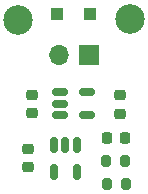
<source format=gbr>
G04 #@! TF.GenerationSoftware,KiCad,Pcbnew,8.0.1*
G04 #@! TF.CreationDate,2025-02-25T21:17:40-07:00*
G04 #@! TF.ProjectId,IRRemote,49525265-6d6f-4746-952e-6b696361645f,rev?*
G04 #@! TF.SameCoordinates,Original*
G04 #@! TF.FileFunction,Soldermask,Bot*
G04 #@! TF.FilePolarity,Negative*
%FSLAX46Y46*%
G04 Gerber Fmt 4.6, Leading zero omitted, Abs format (unit mm)*
G04 Created by KiCad (PCBNEW 8.0.1) date 2025-02-25 21:17:40*
%MOMM*%
%LPD*%
G01*
G04 APERTURE LIST*
G04 Aperture macros list*
%AMRoundRect*
0 Rectangle with rounded corners*
0 $1 Rounding radius*
0 $2 $3 $4 $5 $6 $7 $8 $9 X,Y pos of 4 corners*
0 Add a 4 corners polygon primitive as box body*
4,1,4,$2,$3,$4,$5,$6,$7,$8,$9,$2,$3,0*
0 Add four circle primitives for the rounded corners*
1,1,$1+$1,$2,$3*
1,1,$1+$1,$4,$5*
1,1,$1+$1,$6,$7*
1,1,$1+$1,$8,$9*
0 Add four rect primitives between the rounded corners*
20,1,$1+$1,$2,$3,$4,$5,0*
20,1,$1+$1,$4,$5,$6,$7,0*
20,1,$1+$1,$6,$7,$8,$9,0*
20,1,$1+$1,$8,$9,$2,$3,0*%
G04 Aperture macros list end*
%ADD10R,1.700000X1.700000*%
%ADD11O,1.700000X1.700000*%
%ADD12C,2.500000*%
%ADD13RoundRect,0.150000X-0.512500X-0.150000X0.512500X-0.150000X0.512500X0.150000X-0.512500X0.150000X0*%
%ADD14RoundRect,0.225000X-0.250000X0.225000X-0.250000X-0.225000X0.250000X-0.225000X0.250000X0.225000X0*%
%ADD15R,1.003300X0.990600*%
%ADD16RoundRect,0.225000X-0.225000X-0.250000X0.225000X-0.250000X0.225000X0.250000X-0.225000X0.250000X0*%
%ADD17RoundRect,0.200000X-0.200000X-0.275000X0.200000X-0.275000X0.200000X0.275000X-0.200000X0.275000X0*%
%ADD18RoundRect,0.225000X0.250000X-0.225000X0.250000X0.225000X-0.250000X0.225000X-0.250000X-0.225000X0*%
%ADD19RoundRect,0.150000X-0.150000X0.512500X-0.150000X-0.512500X0.150000X-0.512500X0.150000X0.512500X0*%
%ADD20RoundRect,0.200000X0.200000X0.275000X-0.200000X0.275000X-0.200000X-0.275000X0.200000X-0.275000X0*%
G04 APERTURE END LIST*
D10*
X139620000Y-69280000D03*
D11*
X137080000Y-69280000D03*
D12*
X133620000Y-66340000D03*
X143100000Y-66240000D03*
D13*
X137130000Y-74340000D03*
X137130000Y-73390000D03*
X137130000Y-72440000D03*
X139405000Y-72440000D03*
X139405000Y-74340000D03*
D14*
X134760000Y-72660000D03*
X134760000Y-74210000D03*
D15*
X139676700Y-65830000D03*
X136870000Y-65830000D03*
D16*
X141115000Y-76270000D03*
X142665000Y-76270000D03*
D17*
X141045000Y-78230000D03*
X142695000Y-78230000D03*
D18*
X142240000Y-74240000D03*
X142240000Y-72690000D03*
D19*
X136655000Y-76885000D03*
X137605000Y-76885000D03*
X138555000Y-76885000D03*
X138555000Y-79160000D03*
X136655000Y-79160000D03*
D18*
X134465000Y-78760000D03*
X134465000Y-77210000D03*
D20*
X142762500Y-80180000D03*
X141112500Y-80180000D03*
M02*

</source>
